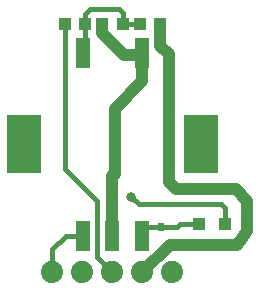
<source format=gbr>
G04 EAGLE Gerber RS-274X export*
G75*
%MOMM*%
%FSLAX34Y34*%
%LPD*%
%INTop Copper*%
%IPPOS*%
%AMOC8*
5,1,8,0,0,1.08239X$1,22.5*%
G01*
%ADD10R,1.100000X1.000000*%
%ADD11C,1.879600*%
%ADD12R,1.000000X1.100000*%
%ADD13R,3.000000X5.000000*%
%ADD14R,1.300000X2.500000*%
%ADD15C,0.406400*%
%ADD16C,0.756400*%
%ADD17C,0.806400*%
%ADD18C,1.016000*%


D10*
X287900Y317500D03*
X270900Y317500D03*
D11*
X228600Y107950D03*
X254000Y107950D03*
X279400Y107950D03*
X304800Y107950D03*
X330200Y107950D03*
D10*
X374650Y148200D03*
X374650Y131200D03*
X352425Y148200D03*
X352425Y131200D03*
D12*
X302650Y317500D03*
X319650Y317500D03*
X256150Y317500D03*
X239150Y317500D03*
D13*
X204400Y215900D03*
X354400Y215900D03*
D14*
X279400Y138400D03*
X254400Y138400D03*
X304400Y138400D03*
X254400Y293400D03*
X304400Y293400D03*
D15*
X256150Y295150D02*
X256150Y317500D01*
X256150Y295150D02*
X254400Y293400D01*
X256150Y317500D02*
X256150Y326000D01*
X260350Y330200D01*
X284725Y330200D01*
X287900Y327025D02*
X287900Y317500D01*
X287900Y327025D02*
X284725Y330200D01*
X287900Y317500D02*
X302650Y317500D01*
D16*
X320675Y146050D03*
D15*
X336550Y148200D02*
X352425Y148200D01*
X336550Y148200D02*
X334400Y146050D01*
X320675Y146050D01*
X304800Y146050D01*
X304400Y145650D01*
X304400Y138400D01*
X254400Y138400D02*
X240000Y138400D01*
X228600Y127000D02*
X228600Y107950D01*
X228600Y127000D02*
X240000Y138400D01*
X371475Y165100D02*
X374650Y161925D01*
X371475Y165100D02*
X301625Y165100D01*
X295275Y171450D01*
D17*
X295275Y171450D03*
D15*
X374650Y161925D02*
X374650Y148200D01*
D18*
X352425Y131200D02*
X328050Y131200D01*
X304800Y107950D01*
X352425Y131200D02*
X374650Y131200D01*
X384175Y177800D02*
X333375Y177800D01*
X327025Y184150D01*
X384175Y177800D02*
X393700Y168275D01*
X319650Y299475D02*
X319650Y317500D01*
X327025Y292100D02*
X327025Y184150D01*
X327025Y292100D02*
X319650Y299475D01*
X374650Y131200D02*
X385200Y131200D01*
X387768Y133768D02*
X393700Y142240D01*
X387768Y133768D02*
X385200Y131200D01*
X393700Y142240D02*
X393700Y168275D01*
D15*
X279400Y107950D02*
X266700Y120650D01*
X266700Y168275D01*
X239404Y195571D01*
X239404Y317246D02*
X239150Y317500D01*
X239404Y317246D02*
X239404Y195571D01*
D18*
X279400Y189280D02*
X279400Y138400D01*
X279400Y189280D02*
X281140Y191020D01*
X281140Y246215D01*
X304800Y269875D02*
X304800Y293000D01*
X304800Y269875D02*
X281140Y246215D01*
D17*
X279400Y301625D03*
X279400Y180975D03*
D18*
X289550Y291475D02*
X304400Y291475D01*
X289550Y291475D02*
X279400Y301625D01*
X270900Y310125D02*
X270900Y317500D01*
X270900Y310125D02*
X279400Y301625D01*
X304400Y293400D02*
X304800Y293000D01*
X304400Y293400D02*
X304400Y291475D01*
M02*

</source>
